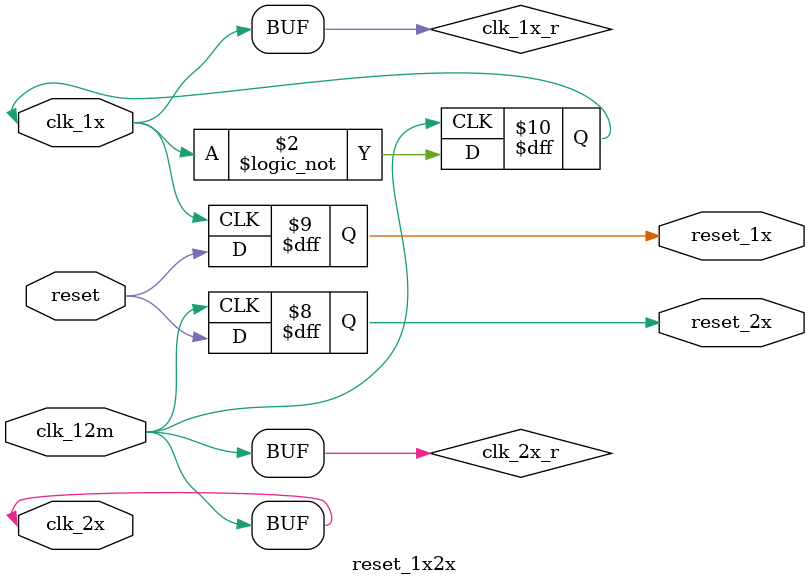
<source format=v>
`default_nettype none

module reset_1x2x(
    input clk_12m,

    input clk_1x,
    input clk_2x,
    input reset,

    output reg reset_1x = 1,
    output reg reset_2x = 1
);
    // from pll.v

    reg clk_1x_r = 0;

    wire clk_2x_r = clk_12m;

    assign clk_1x = clk_1x_r;
    assign clk_2x = clk_2x_r;

    // may be able to get away with not having this here
    // assign locked = 1;

    // from reset generator

    always @(posedge clk_12m) begin
    // always @(posedge clk_2x_r) begin
        clk_1x_r = !clk_1x_r;
    end

    // TODO: reset generate and confirm the issue here too

    always @(posedge clk_1x) begin
        reset_1x <= reset;
    end

    always @(posedge clk_2x) begin
        reset_2x <= reset;
    end

endmodule

</source>
